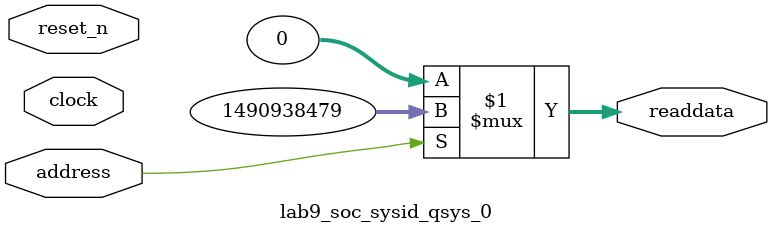
<source format=v>

`timescale 1ns / 1ps
// synthesis translate_on

// turn off superfluous verilog processor warnings 
// altera message_level Level1 
// altera message_off 10034 10035 10036 10037 10230 10240 10030 

module lab9_soc_sysid_qsys_0 (
               // inputs:
                address,
                clock,
                reset_n,

               // outputs:
                readdata
             )
;

  output  [ 31: 0] readdata;
  input            address;
  input            clock;
  input            reset_n;

  wire    [ 31: 0] readdata;
  //control_slave, which is an e_avalon_slave
  assign readdata = address ? 1490938479 : 0;

endmodule




</source>
